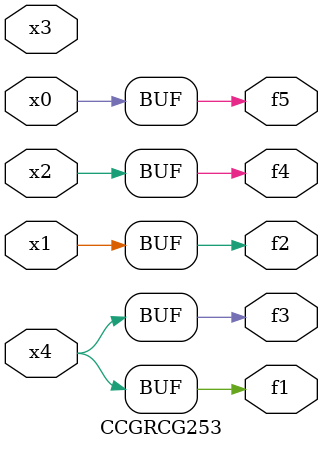
<source format=v>
module CCGRCG253(
	input x0, x1, x2, x3, x4,
	output f1, f2, f3, f4, f5
);
	assign f1 = x4;
	assign f2 = x1;
	assign f3 = x4;
	assign f4 = x2;
	assign f5 = x0;
endmodule

</source>
